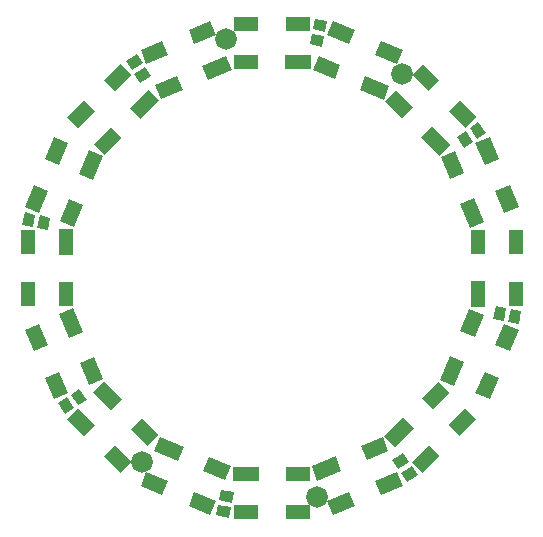
<source format=gts>
G75*
%MOIN*%
%OFA0B0*%
%FSLAX24Y24*%
%IPPOS*%
%LPD*%
%AMOC8*
5,1,8,0,0,1.08239X$1,22.5*
%
%ADD10R,0.0867X0.0513*%
%ADD11R,0.0789X0.0513*%
%ADD12R,0.0513X0.0867*%
%ADD13R,0.0513X0.0789*%
%ADD14R,0.0356X0.0434*%
%ADD15C,0.0720*%
D10*
G36*
X003558Y004171D02*
X002946Y004783D01*
X003308Y005145D01*
X003920Y004533D01*
X003558Y004171D01*
G37*
G36*
X005773Y002481D02*
X004973Y002813D01*
X005169Y003285D01*
X005969Y002953D01*
X005773Y002481D01*
G37*
X008034Y002030D03*
G36*
X011227Y002151D02*
X010427Y001819D01*
X010231Y002291D01*
X011031Y002623D01*
X011227Y002151D01*
G37*
G36*
X013629Y003558D02*
X013017Y002946D01*
X012655Y003308D01*
X013267Y003920D01*
X013629Y003558D01*
G37*
G36*
X015319Y005773D02*
X014987Y004973D01*
X014515Y005169D01*
X014847Y005969D01*
X015319Y005773D01*
G37*
G36*
X015649Y011227D02*
X015981Y010427D01*
X015509Y010231D01*
X015177Y011031D01*
X015649Y011227D01*
G37*
G36*
X014242Y013629D02*
X014854Y013017D01*
X014492Y012655D01*
X013880Y013267D01*
X014242Y013629D01*
G37*
G36*
X012027Y015319D02*
X012827Y014987D01*
X012631Y014515D01*
X011831Y014847D01*
X012027Y015319D01*
G37*
X009766Y015770D03*
G36*
X006573Y015649D02*
X007373Y015981D01*
X007569Y015509D01*
X006769Y015177D01*
X006573Y015649D01*
G37*
G36*
X004171Y014242D02*
X004783Y014854D01*
X005145Y014492D01*
X004533Y013880D01*
X004171Y014242D01*
G37*
G36*
X002481Y012027D02*
X002813Y012827D01*
X003285Y012631D01*
X002953Y011831D01*
X002481Y012027D01*
G37*
G36*
X002151Y006573D02*
X001819Y007373D01*
X002291Y007569D01*
X002623Y006769D01*
X002151Y006573D01*
G37*
D11*
G36*
X002639Y003308D02*
X002083Y003864D01*
X002445Y004226D01*
X003001Y003670D01*
X002639Y003308D01*
G37*
G36*
X003864Y002083D02*
X003308Y002639D01*
X003670Y003001D01*
X004226Y002445D01*
X003864Y002083D01*
G37*
G36*
X005255Y001332D02*
X004528Y001634D01*
X004723Y002106D01*
X005450Y001804D01*
X005255Y001332D01*
G37*
G36*
X006855Y000670D02*
X006128Y000972D01*
X006323Y001444D01*
X007050Y001142D01*
X006855Y000670D01*
G37*
X008034Y000770D03*
G36*
X007337Y001834D02*
X006610Y002136D01*
X006805Y002608D01*
X007532Y002306D01*
X007337Y001834D01*
G37*
X009766Y002030D03*
X009766Y000770D03*
G36*
X011672Y000972D02*
X010945Y000670D01*
X010750Y001142D01*
X011477Y001444D01*
X011672Y000972D01*
G37*
G36*
X013272Y001634D02*
X012545Y001332D01*
X012350Y001804D01*
X013077Y002106D01*
X013272Y001634D01*
G37*
G36*
X014492Y002639D02*
X013936Y002083D01*
X013574Y002445D01*
X014130Y003001D01*
X014492Y002639D01*
G37*
G36*
X015717Y003864D02*
X015161Y003308D01*
X014799Y003670D01*
X015355Y004226D01*
X015717Y003864D01*
G37*
G36*
X016468Y005255D02*
X016166Y004528D01*
X015694Y004723D01*
X015996Y005450D01*
X016468Y005255D01*
G37*
G36*
X017130Y006855D02*
X016828Y006128D01*
X016356Y006323D01*
X016658Y007050D01*
X017130Y006855D01*
G37*
G36*
X015966Y007337D02*
X015664Y006610D01*
X015192Y006805D01*
X015494Y007532D01*
X015966Y007337D01*
G37*
G36*
X014826Y004755D02*
X014270Y004199D01*
X013908Y004561D01*
X014464Y005117D01*
X014826Y004755D01*
G37*
G36*
X012790Y002798D02*
X012063Y002496D01*
X011868Y002968D01*
X012595Y003270D01*
X012790Y002798D01*
G37*
G36*
X004755Y002974D02*
X004199Y003530D01*
X004561Y003892D01*
X005117Y003336D01*
X004755Y002974D01*
G37*
G36*
X002798Y005010D02*
X002496Y005737D01*
X002968Y005932D01*
X003270Y005205D01*
X002798Y005010D01*
G37*
G36*
X001634Y004528D02*
X001332Y005255D01*
X001804Y005450D01*
X002106Y004723D01*
X001634Y004528D01*
G37*
G36*
X000972Y006128D02*
X000670Y006855D01*
X001142Y007050D01*
X001444Y006323D01*
X000972Y006128D01*
G37*
G36*
X001834Y010463D02*
X002136Y011190D01*
X002608Y010995D01*
X002306Y010268D01*
X001834Y010463D01*
G37*
G36*
X000670Y010945D02*
X000972Y011672D01*
X001444Y011477D01*
X001142Y010750D01*
X000670Y010945D01*
G37*
G36*
X001332Y012545D02*
X001634Y013272D01*
X002106Y013077D01*
X001804Y012350D01*
X001332Y012545D01*
G37*
G36*
X002083Y013936D02*
X002639Y014492D01*
X003001Y014130D01*
X002445Y013574D01*
X002083Y013936D01*
G37*
G36*
X002974Y013045D02*
X003530Y013601D01*
X003892Y013239D01*
X003336Y012683D01*
X002974Y013045D01*
G37*
G36*
X003308Y015161D02*
X003864Y015717D01*
X004226Y015355D01*
X003670Y014799D01*
X003308Y015161D01*
G37*
G36*
X004528Y016166D02*
X005255Y016468D01*
X005450Y015996D01*
X004723Y015694D01*
X004528Y016166D01*
G37*
G36*
X005010Y015002D02*
X005737Y015304D01*
X005932Y014832D01*
X005205Y014530D01*
X005010Y015002D01*
G37*
G36*
X006128Y016828D02*
X006855Y017130D01*
X007050Y016658D01*
X006323Y016356D01*
X006128Y016828D01*
G37*
X008034Y017030D03*
X008034Y015770D03*
X009766Y017030D03*
G36*
X010945Y017130D02*
X011672Y016828D01*
X011477Y016356D01*
X010750Y016658D01*
X010945Y017130D01*
G37*
G36*
X010463Y015966D02*
X011190Y015664D01*
X010995Y015192D01*
X010268Y015494D01*
X010463Y015966D01*
G37*
G36*
X012545Y016468D02*
X013272Y016166D01*
X013077Y015694D01*
X012350Y015996D01*
X012545Y016468D01*
G37*
G36*
X013936Y015717D02*
X014492Y015161D01*
X014130Y014799D01*
X013574Y015355D01*
X013936Y015717D01*
G37*
G36*
X013045Y014826D02*
X013601Y014270D01*
X013239Y013908D01*
X012683Y014464D01*
X013045Y014826D01*
G37*
G36*
X015161Y014492D02*
X015717Y013936D01*
X015355Y013574D01*
X014799Y014130D01*
X015161Y014492D01*
G37*
G36*
X016166Y013272D02*
X016468Y012545D01*
X015996Y012350D01*
X015694Y013077D01*
X016166Y013272D01*
G37*
G36*
X015002Y012790D02*
X015304Y012063D01*
X014832Y011868D01*
X014530Y012595D01*
X015002Y012790D01*
G37*
G36*
X016828Y011672D02*
X017130Y010945D01*
X016658Y010750D01*
X016356Y011477D01*
X016828Y011672D01*
G37*
D12*
X015770Y008034D03*
X002030Y009766D03*
D13*
X000770Y009766D03*
X000770Y008034D03*
X002030Y008034D03*
X015770Y009766D03*
X017030Y009766D03*
X017030Y008034D03*
D14*
G36*
X016631Y007143D02*
X016283Y007212D01*
X016367Y007637D01*
X016715Y007568D01*
X016631Y007143D01*
G37*
G36*
X017133Y007043D02*
X016785Y007112D01*
X016869Y007537D01*
X017217Y007468D01*
X017133Y007043D01*
G37*
G36*
X013117Y002195D02*
X012919Y002490D01*
X013279Y002731D01*
X013477Y002436D01*
X013117Y002195D01*
G37*
G36*
X013401Y001769D02*
X013203Y002064D01*
X013563Y002305D01*
X013761Y002010D01*
X013401Y001769D01*
G37*
G36*
X007143Y001169D02*
X007212Y001517D01*
X007637Y001433D01*
X007568Y001085D01*
X007143Y001169D01*
G37*
G36*
X007043Y000667D02*
X007112Y001015D01*
X007537Y000931D01*
X007468Y000583D01*
X007043Y000667D01*
G37*
G36*
X002195Y004683D02*
X002490Y004881D01*
X002731Y004521D01*
X002436Y004323D01*
X002195Y004683D01*
G37*
G36*
X001769Y004399D02*
X002064Y004597D01*
X002305Y004237D01*
X002010Y004039D01*
X001769Y004399D01*
G37*
G36*
X001169Y010657D02*
X001517Y010588D01*
X001433Y010163D01*
X001085Y010232D01*
X001169Y010657D01*
G37*
G36*
X000667Y010757D02*
X001015Y010688D01*
X000931Y010263D01*
X000583Y010332D01*
X000667Y010757D01*
G37*
G36*
X004683Y015605D02*
X004881Y015310D01*
X004521Y015069D01*
X004323Y015364D01*
X004683Y015605D01*
G37*
G36*
X004399Y016031D02*
X004597Y015736D01*
X004237Y015495D01*
X004039Y015790D01*
X004399Y016031D01*
G37*
G36*
X010657Y016631D02*
X010588Y016283D01*
X010163Y016367D01*
X010232Y016715D01*
X010657Y016631D01*
G37*
G36*
X010757Y017133D02*
X010688Y016785D01*
X010263Y016869D01*
X010332Y017217D01*
X010757Y017133D01*
G37*
G36*
X015605Y013117D02*
X015310Y012919D01*
X015069Y013279D01*
X015364Y013477D01*
X015605Y013117D01*
G37*
G36*
X016031Y013401D02*
X015736Y013203D01*
X015495Y013563D01*
X015790Y013761D01*
X016031Y013401D01*
G37*
D15*
X013230Y015370D03*
X007380Y016540D03*
X004570Y002430D03*
X010420Y001260D03*
M02*

</source>
